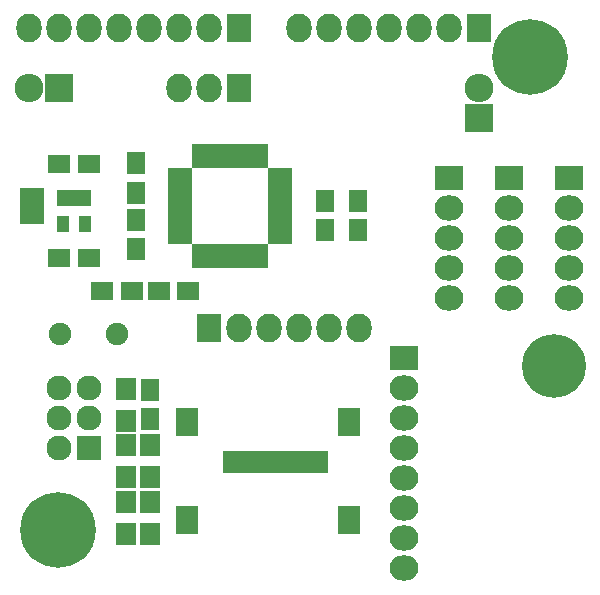
<source format=gts>
G04 #@! TF.FileFunction,Soldermask,Top*
%FSLAX46Y46*%
G04 Gerber Fmt 4.6, Leading zero omitted, Abs format (unit mm)*
G04 Created by KiCad (PCBNEW 4.0.0-rc1-stable) date Sa 26 Sep 2015 08:23:03 CEST*
%MOMM*%
G01*
G04 APERTURE LIST*
%ADD10C,0.100000*%
%ADD11R,2.432000X2.127200*%
%ADD12O,2.432000X2.127200*%
%ADD13C,5.400000*%
%ADD14R,1.900000X1.650000*%
%ADD15R,1.650000X1.900000*%
%ADD16R,2.000000X0.950000*%
%ADD17R,0.950000X2.000000*%
%ADD18R,2.000200X1.568400*%
%ADD19R,2.432000X2.432000*%
%ADD20O,2.432000X2.432000*%
%ADD21R,2.127200X2.127200*%
%ADD22O,2.127200X2.127200*%
%ADD23R,2.127200X2.432000*%
%ADD24O,2.127200X2.432000*%
%ADD25R,1.850000X2.400000*%
%ADD26R,1.200000X1.900000*%
%ADD27R,1.700000X1.900000*%
%ADD28R,1.050000X1.460000*%
%ADD29C,1.901140*%
%ADD30C,6.400000*%
G04 APERTURE END LIST*
D10*
D11*
X134290000Y-80480000D03*
D12*
X134290000Y-83020000D03*
X134290000Y-85560000D03*
X134290000Y-88100000D03*
X134290000Y-90640000D03*
X134290000Y-93180000D03*
X134290000Y-95720000D03*
X134290000Y-98260000D03*
D13*
X146990000Y-81160000D03*
D14*
X107650000Y-64000000D03*
X105150000Y-64000000D03*
X107650000Y-72000000D03*
X105150000Y-72000000D03*
D15*
X111600000Y-66450000D03*
X111600000Y-63950000D03*
X111600000Y-71250000D03*
X111600000Y-68750000D03*
X127600000Y-69650000D03*
X127600000Y-67150000D03*
X130400000Y-69650000D03*
X130400000Y-67150000D03*
D14*
X108750000Y-74800000D03*
X111250000Y-74800000D03*
X116050000Y-74800000D03*
X113550000Y-74800000D03*
D15*
X112800000Y-83150000D03*
X112800000Y-85650000D03*
D16*
X115350000Y-64800000D03*
X115350000Y-65600000D03*
X115350000Y-66400000D03*
X115350000Y-67200000D03*
X115350000Y-68000000D03*
X115350000Y-68800000D03*
X115350000Y-69600000D03*
X115350000Y-70400000D03*
D17*
X116800000Y-71850000D03*
X117600000Y-71850000D03*
X118400000Y-71850000D03*
X119200000Y-71850000D03*
X120000000Y-71850000D03*
X120800000Y-71850000D03*
X121600000Y-71850000D03*
X122400000Y-71850000D03*
D16*
X123850000Y-70400000D03*
X123850000Y-69600000D03*
X123850000Y-68800000D03*
X123850000Y-68000000D03*
X123850000Y-67200000D03*
X123850000Y-66400000D03*
X123850000Y-65600000D03*
X123850000Y-64800000D03*
D17*
X122400000Y-63350000D03*
X121600000Y-63350000D03*
X120800000Y-63350000D03*
X120000000Y-63350000D03*
X119200000Y-63350000D03*
X118400000Y-63350000D03*
X117600000Y-63350000D03*
X116800000Y-63350000D03*
D18*
X102800000Y-68362000D03*
X102800000Y-66838000D03*
D19*
X105080000Y-57620000D03*
D20*
X102540000Y-57620000D03*
D21*
X107620000Y-88100000D03*
D22*
X105080000Y-88100000D03*
X107620000Y-85560000D03*
X105080000Y-85560000D03*
X107620000Y-83020000D03*
X105080000Y-83020000D03*
D23*
X120320000Y-57620000D03*
D24*
X117780000Y-57620000D03*
X115240000Y-57620000D03*
D23*
X140640000Y-52540000D03*
D24*
X138100000Y-52540000D03*
X135560000Y-52540000D03*
X133020000Y-52540000D03*
X130480000Y-52540000D03*
X127940000Y-52540000D03*
X125400000Y-52540000D03*
D23*
X120320000Y-52540000D03*
D24*
X117780000Y-52540000D03*
X115240000Y-52540000D03*
X112700000Y-52540000D03*
X110160000Y-52540000D03*
X107620000Y-52540000D03*
X105080000Y-52540000D03*
X102540000Y-52540000D03*
D19*
X140640000Y-60160000D03*
D20*
X140640000Y-57620000D03*
D11*
X138100000Y-65240000D03*
D12*
X138100000Y-67780000D03*
X138100000Y-70320000D03*
X138100000Y-72860000D03*
X138100000Y-75400000D03*
D11*
X143180000Y-65240000D03*
D12*
X143180000Y-67780000D03*
X143180000Y-70320000D03*
X143180000Y-72860000D03*
X143180000Y-75400000D03*
D11*
X148260000Y-65240000D03*
D12*
X148260000Y-67780000D03*
X148260000Y-70320000D03*
X148260000Y-72860000D03*
X148260000Y-75400000D03*
D25*
X129675000Y-94150000D03*
X129675000Y-85850000D03*
X115925000Y-85850000D03*
X115925000Y-94150000D03*
D26*
X119600000Y-89250000D03*
X120700000Y-89250000D03*
X121800000Y-89250000D03*
X122900000Y-89250000D03*
X124000000Y-89250000D03*
X125100000Y-89250000D03*
X126200000Y-89250000D03*
X127300000Y-89250000D03*
D27*
X110800000Y-85750000D03*
X110800000Y-83050000D03*
X112800000Y-92650000D03*
X112800000Y-95350000D03*
X112800000Y-87850000D03*
X112800000Y-90550000D03*
X110800000Y-87850000D03*
X110800000Y-90550000D03*
X110800000Y-92650000D03*
X110800000Y-95350000D03*
D28*
X107350000Y-66900000D03*
X106400000Y-66900000D03*
X105450000Y-66900000D03*
X105450000Y-69100000D03*
X107350000Y-69100000D03*
D29*
X105159060Y-78400000D03*
X110040940Y-78400000D03*
D23*
X117780000Y-77940000D03*
D24*
X120320000Y-77940000D03*
X122860000Y-77940000D03*
X125400000Y-77940000D03*
X127940000Y-77940000D03*
X130480000Y-77940000D03*
D30*
X145000000Y-55000000D03*
X105000000Y-95000000D03*
M02*

</source>
